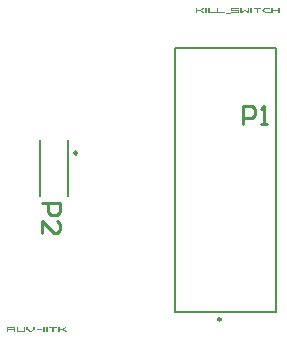
<source format=gto>
G04*
G04 #@! TF.GenerationSoftware,Altium Limited,Altium Designer,19.1.6 (110)*
G04*
G04 Layer_Color=65535*
%FSLAX42Y42*%
%MOMM*%
G71*
G01*
G75*
%ADD10C,0.25*%
%ADD11C,0.20*%
%ADD12C,0.25*%
G36*
X396Y40D02*
X396Y40D01*
X397Y39D01*
X398Y39D01*
X398Y38D01*
X399Y37D01*
X399Y36D01*
Y36D01*
Y35D01*
Y35D01*
X399Y35D01*
X399Y34D01*
X399Y33D01*
X398Y33D01*
X397Y32D01*
X396Y32D01*
X396Y32D01*
X395Y31D01*
X356D01*
X356Y32D01*
X355Y32D01*
X354Y32D01*
X354Y32D01*
X353Y33D01*
X352Y34D01*
X352Y35D01*
X352Y35D01*
Y36D01*
Y36D01*
Y36D01*
X352Y36D01*
X352Y37D01*
X353Y38D01*
X353Y38D01*
X354Y39D01*
X355Y40D01*
X356Y40D01*
X395D01*
X396Y40D01*
D02*
G37*
G36*
X333Y58D02*
X334Y57D01*
X335Y57D01*
X336Y57D01*
X337Y56D01*
X338Y55D01*
X338Y55D01*
X338Y54D01*
X338Y54D01*
Y33D01*
X338Y33D01*
X338Y33D01*
X338Y33D01*
X338Y32D01*
X337Y32D01*
X337Y32D01*
X336Y31D01*
X335Y30D01*
X334Y29D01*
X332Y28D01*
X331Y27D01*
X329Y26D01*
X327Y25D01*
X325Y24D01*
X322Y22D01*
X322Y22D01*
X322Y22D01*
X321Y21D01*
X320Y21D01*
X319Y20D01*
X317Y19D01*
X316Y18D01*
X314Y17D01*
X311Y16D01*
X309Y15D01*
X307Y14D01*
X305Y13D01*
X304Y13D01*
X303Y13D01*
X302Y13D01*
X301D01*
X301Y13D01*
X300Y13D01*
X300Y13D01*
X299Y13D01*
X298Y14D01*
X296Y14D01*
X295Y15D01*
X293Y15D01*
X291Y16D01*
X289Y17D01*
X286Y19D01*
X284Y20D01*
X281Y22D01*
X277Y24D01*
X277Y24D01*
X277Y24D01*
X276Y25D01*
X275Y25D01*
X274Y26D01*
X273Y27D01*
X271Y28D01*
X269Y30D01*
X268Y31D01*
X267Y32D01*
X266Y32D01*
X265Y33D01*
X265Y34D01*
X265Y34D01*
Y34D01*
Y35D01*
Y35D01*
X265Y36D01*
Y38D01*
X265Y39D01*
X265Y41D01*
X265Y44D01*
Y44D01*
Y44D01*
Y44D01*
X265Y45D01*
Y45D01*
X265Y46D01*
X265Y47D01*
Y49D01*
X265Y51D01*
X266Y52D01*
Y54D01*
Y54D01*
Y54D01*
X266Y54D01*
X266Y55D01*
X266Y56D01*
X267Y56D01*
X267Y56D01*
X268Y57D01*
X268Y57D01*
X269Y57D01*
X270Y57D01*
X271Y58D01*
X272D01*
X273Y58D01*
X273Y57D01*
X274Y57D01*
X275Y57D01*
X276Y56D01*
X277Y55D01*
X277Y54D01*
X278Y54D01*
X278Y53D01*
X278Y53D01*
X278Y52D01*
X278Y51D01*
X279Y50D01*
X279Y49D01*
X279Y48D01*
X279Y47D01*
Y47D01*
Y46D01*
Y46D01*
Y46D01*
Y45D01*
Y45D01*
X279Y44D01*
Y44D01*
Y43D01*
X279Y42D01*
Y40D01*
X279Y39D01*
Y37D01*
X279Y35D01*
X302Y22D01*
X325Y36D01*
Y54D01*
Y54D01*
Y54D01*
X325Y54D01*
X326Y55D01*
X326Y56D01*
X326Y56D01*
X327Y56D01*
X327Y57D01*
X328Y57D01*
X329Y57D01*
X330Y57D01*
X331Y58D01*
X332D01*
X333Y58D01*
D02*
G37*
G36*
X250Y57D02*
X251Y57D01*
X252Y57D01*
X254Y56D01*
X255Y56D01*
X255Y55D01*
X255Y55D01*
X256Y54D01*
X256Y53D01*
Y16D01*
Y16D01*
X256Y16D01*
X255Y15D01*
X255Y14D01*
Y14D01*
X255Y14D01*
X254Y14D01*
X254Y13D01*
X254D01*
X253Y13D01*
X252Y13D01*
X252Y12D01*
X251Y12D01*
X250Y12D01*
X249Y12D01*
X249Y12D01*
X189D01*
X189Y12D01*
X189D01*
X188Y12D01*
X187Y12D01*
X186Y13D01*
X185Y13D01*
X185Y13D01*
X184Y13D01*
X184Y14D01*
X184Y14D01*
X183Y15D01*
X183Y15D01*
X183Y16D01*
X183Y16D01*
Y53D01*
Y53D01*
Y54D01*
X183Y54D01*
X183Y55D01*
X184Y55D01*
X184Y56D01*
X184Y56D01*
X185Y56D01*
X186Y57D01*
X186Y57D01*
X187Y57D01*
X188Y57D01*
X190D01*
X190Y57D01*
X192Y57D01*
X193Y57D01*
X194Y56D01*
X195Y56D01*
X196Y55D01*
X196Y55D01*
X196Y54D01*
X196Y53D01*
Y20D01*
X242D01*
Y53D01*
Y53D01*
Y54D01*
X242Y54D01*
X243Y55D01*
X243Y55D01*
X243Y56D01*
X244Y56D01*
X244Y56D01*
X245Y57D01*
X246Y57D01*
X247Y57D01*
X248Y57D01*
X250D01*
X250Y57D01*
D02*
G37*
G36*
X541D02*
X542Y57D01*
X543Y57D01*
X544Y57D01*
X544Y56D01*
X545Y55D01*
X546Y54D01*
X546Y54D01*
X546Y54D01*
X547Y53D01*
X547Y52D01*
X547Y51D01*
X548Y50D01*
X548Y49D01*
X548Y48D01*
Y48D01*
Y47D01*
Y47D01*
Y46D01*
X548Y46D01*
Y45D01*
Y44D01*
X548Y43D01*
Y42D01*
X548Y41D01*
Y40D01*
X548Y39D01*
X571D01*
X571Y39D01*
X571Y39D01*
X571Y39D01*
X572Y39D01*
X572Y40D01*
X573Y40D01*
X574Y41D01*
X575Y42D01*
X577Y43D01*
X579Y44D01*
X581Y46D01*
X584Y48D01*
X586Y49D01*
X589Y51D01*
X591Y52D01*
X594Y54D01*
X596Y55D01*
X598Y56D01*
X598Y56D01*
X599Y56D01*
X600Y56D01*
X600Y56D01*
X601D01*
X601Y56D01*
X602Y56D01*
X603Y56D01*
X605Y55D01*
X606Y55D01*
X606Y54D01*
X606Y54D01*
X607Y53D01*
X607Y52D01*
Y52D01*
X607Y52D01*
X606Y52D01*
X606Y51D01*
X606Y51D01*
X605Y51D01*
X605Y50D01*
X604Y49D01*
X603Y48D01*
X601Y47D01*
X600Y46D01*
X598Y45D01*
X596Y43D01*
X594Y42D01*
X592Y41D01*
X591Y40D01*
X591Y40D01*
X590Y40D01*
X590Y39D01*
X589Y39D01*
X588Y38D01*
X586Y37D01*
X585Y36D01*
X584Y36D01*
X583Y35D01*
X582Y34D01*
X587Y31D01*
X587D01*
X587Y31D01*
X588Y31D01*
X588Y31D01*
X589Y30D01*
X590Y29D01*
X592Y28D01*
X593Y27D01*
X595Y26D01*
X597Y25D01*
X599Y23D01*
X601Y22D01*
X602Y21D01*
X604Y20D01*
X605Y18D01*
X606Y17D01*
X606Y17D01*
X607Y17D01*
X607Y16D01*
X607Y16D01*
Y16D01*
X607Y16D01*
X606Y15D01*
X606Y14D01*
X606Y14D01*
X605Y13D01*
X605Y13D01*
X604Y13D01*
X603Y12D01*
X602Y12D01*
X601Y12D01*
X600Y12D01*
X600D01*
X600Y12D01*
X599Y12D01*
X599Y12D01*
X598Y13D01*
X598Y13D01*
X597Y13D01*
X595Y14D01*
X594Y15D01*
X592Y16D01*
X590Y17D01*
X588Y18D01*
X586Y20D01*
X583Y22D01*
X581Y23D01*
X579Y24D01*
X579Y24D01*
X579Y24D01*
X579Y24D01*
X578Y25D01*
X578Y25D01*
X577Y25D01*
X576Y26D01*
X574Y28D01*
X572Y29D01*
X571Y30D01*
X569Y31D01*
X548D01*
Y16D01*
Y16D01*
X548Y15D01*
X547Y15D01*
X547Y14D01*
X546Y14D01*
X546Y13D01*
X545Y13D01*
X545Y13D01*
X544Y12D01*
X543Y12D01*
X542Y12D01*
X541Y12D01*
X540D01*
X540Y12D01*
X539Y12D01*
X538Y12D01*
X536Y13D01*
X535Y14D01*
X535Y14D01*
X535Y15D01*
X534Y15D01*
X534Y16D01*
Y53D01*
Y53D01*
Y54D01*
X534Y54D01*
X535Y55D01*
X535Y55D01*
X535Y56D01*
X536Y56D01*
X536Y56D01*
X537Y57D01*
X538Y57D01*
X539Y57D01*
X540Y57D01*
X541D01*
X541Y57D01*
D02*
G37*
G36*
X524D02*
X525Y57D01*
X526Y57D01*
X527Y56D01*
X528Y56D01*
X529Y55D01*
X529Y55D01*
X529Y54D01*
X529Y53D01*
Y53D01*
X529Y53D01*
X529Y52D01*
X528Y51D01*
X528Y51D01*
X528Y51D01*
X527Y50D01*
X526Y50D01*
X526Y50D01*
X525Y50D01*
X524Y49D01*
X523Y49D01*
X500D01*
Y16D01*
Y16D01*
X499Y15D01*
X499Y15D01*
X499Y14D01*
X498Y14D01*
X498Y13D01*
X497Y13D01*
X497Y13D01*
X496Y12D01*
X495Y12D01*
X494Y12D01*
X493Y12D01*
X492D01*
X492Y12D01*
X491Y12D01*
X489Y12D01*
X488Y13D01*
X487Y14D01*
X487Y14D01*
X486Y15D01*
X486Y15D01*
X486Y16D01*
Y49D01*
X462D01*
X462Y49D01*
X461Y50D01*
X460Y50D01*
X458Y50D01*
X457Y51D01*
X457Y51D01*
X457Y52D01*
X456Y53D01*
X456Y53D01*
Y53D01*
Y54D01*
X456Y54D01*
X457Y55D01*
X457Y55D01*
X458Y56D01*
X458Y56D01*
X458Y56D01*
X459Y57D01*
X460Y57D01*
X461Y57D01*
X462Y57D01*
X523D01*
X524Y57D01*
D02*
G37*
G36*
X441D02*
X442Y57D01*
X443Y57D01*
X444Y56D01*
X446Y56D01*
X446Y55D01*
X446Y55D01*
X446Y54D01*
X447Y53D01*
Y16D01*
Y16D01*
X446Y15D01*
X446Y15D01*
X446Y14D01*
X445Y14D01*
X445Y13D01*
X444Y13D01*
X444Y13D01*
X443Y12D01*
X442Y12D01*
X441Y12D01*
X440Y12D01*
X439D01*
X439Y12D01*
X438Y12D01*
X436Y12D01*
X435Y13D01*
X434Y14D01*
X434Y14D01*
X433Y15D01*
X433Y15D01*
X433Y16D01*
Y53D01*
Y53D01*
Y54D01*
X433Y54D01*
X433Y55D01*
X434Y55D01*
X434Y56D01*
X435Y56D01*
X435Y56D01*
X436Y57D01*
X437Y57D01*
X438Y57D01*
X439Y57D01*
X440D01*
X441Y57D01*
D02*
G37*
G36*
X418D02*
X419Y57D01*
X420Y57D01*
X421Y56D01*
X422Y56D01*
X423Y55D01*
X423Y55D01*
X423Y54D01*
X423Y53D01*
Y16D01*
Y16D01*
X423Y15D01*
X423Y15D01*
X422Y14D01*
X422Y14D01*
X422Y13D01*
X421Y13D01*
X420Y13D01*
X420Y12D01*
X419Y12D01*
X418Y12D01*
X417Y12D01*
X416D01*
X416Y12D01*
X414Y12D01*
X413Y12D01*
X412Y13D01*
X411Y14D01*
X411Y14D01*
X410Y15D01*
X410Y15D01*
X410Y16D01*
Y53D01*
Y53D01*
Y54D01*
X410Y54D01*
X410Y55D01*
X411Y55D01*
X411Y56D01*
X412Y56D01*
X412Y56D01*
X413Y57D01*
X414Y57D01*
X414Y57D01*
X415Y57D01*
X417D01*
X418Y57D01*
D02*
G37*
G36*
X167D02*
X167D01*
X168Y57D01*
X169Y57D01*
X170Y57D01*
X170Y56D01*
X171Y56D01*
X171Y56D01*
X171Y56D01*
X172Y55D01*
X172Y55D01*
X173Y54D01*
X173Y54D01*
X173Y53D01*
Y16D01*
Y16D01*
X173Y15D01*
X173Y15D01*
X172Y14D01*
X172Y14D01*
X171Y13D01*
X171Y13D01*
X170Y13D01*
X169Y12D01*
X168Y12D01*
X167Y12D01*
X166Y12D01*
X166D01*
X165Y12D01*
X164Y12D01*
X163Y12D01*
X162Y13D01*
X161Y14D01*
X160Y14D01*
X160Y15D01*
X160Y15D01*
X160Y16D01*
Y31D01*
X113D01*
Y16D01*
Y16D01*
X113Y15D01*
X113Y15D01*
X113Y14D01*
X112Y14D01*
X112Y13D01*
X111Y13D01*
X111Y13D01*
X110Y12D01*
X109Y12D01*
X108Y12D01*
X107Y12D01*
X106D01*
X106Y12D01*
X105Y12D01*
X103Y12D01*
X102Y13D01*
X101Y14D01*
X101Y14D01*
X100Y15D01*
X100Y15D01*
X100Y16D01*
Y53D01*
X100Y54D01*
X100Y54D01*
X100Y54D01*
X101Y54D01*
X101Y55D01*
X101Y56D01*
X102Y56D01*
X102D01*
X102Y56D01*
X102Y56D01*
X103Y57D01*
X104Y57D01*
X105Y57D01*
X106Y57D01*
X106Y57D01*
X166D01*
X167Y57D01*
D02*
G37*
G36*
X2406Y2757D02*
X2407Y2757D01*
X2409Y2757D01*
X2410Y2756D01*
X2411Y2756D01*
X2411Y2755D01*
X2412Y2755D01*
X2412Y2754D01*
X2412Y2753D01*
Y2716D01*
Y2716D01*
X2412Y2715D01*
X2412Y2715D01*
X2411Y2714D01*
X2411Y2714D01*
X2410Y2713D01*
X2410Y2713D01*
X2409Y2713D01*
X2408Y2712D01*
X2408Y2712D01*
X2407Y2712D01*
X2405Y2712D01*
X2405D01*
X2404Y2712D01*
X2403Y2712D01*
X2402Y2712D01*
X2401Y2713D01*
X2400Y2714D01*
X2399Y2714D01*
X2399Y2715D01*
X2399Y2715D01*
X2399Y2716D01*
Y2731D01*
X2353D01*
Y2716D01*
Y2716D01*
X2353Y2715D01*
X2352Y2715D01*
X2352Y2714D01*
X2352Y2714D01*
X2351Y2713D01*
X2351Y2713D01*
X2350Y2713D01*
X2349Y2712D01*
X2348Y2712D01*
X2347Y2712D01*
X2346Y2712D01*
X2345D01*
X2345Y2712D01*
X2344Y2712D01*
X2343Y2712D01*
X2341Y2713D01*
X2340Y2714D01*
X2340Y2714D01*
X2339Y2715D01*
X2339Y2715D01*
X2339Y2716D01*
Y2753D01*
Y2753D01*
Y2754D01*
X2339Y2754D01*
X2340Y2755D01*
X2340Y2755D01*
X2340Y2756D01*
X2341Y2756D01*
X2341Y2756D01*
X2342Y2757D01*
X2343Y2757D01*
X2344Y2757D01*
X2345Y2757D01*
X2346D01*
X2346Y2757D01*
X2347Y2757D01*
X2348Y2757D01*
X2348Y2757D01*
X2349Y2756D01*
X2350Y2755D01*
X2351Y2754D01*
X2351Y2754D01*
X2351Y2753D01*
X2352Y2753D01*
X2352Y2752D01*
X2352Y2751D01*
X2352Y2750D01*
X2353Y2749D01*
X2353Y2747D01*
Y2747D01*
Y2747D01*
Y2746D01*
Y2745D01*
Y2744D01*
Y2743D01*
Y2741D01*
Y2739D01*
X2399D01*
Y2753D01*
Y2753D01*
Y2754D01*
X2399Y2754D01*
X2399Y2755D01*
X2400Y2755D01*
X2400Y2756D01*
X2400Y2756D01*
X2401Y2756D01*
X2401Y2757D01*
X2402Y2757D01*
X2403Y2757D01*
X2404Y2757D01*
X2406D01*
X2406Y2757D01*
D02*
G37*
G36*
X2145Y2758D02*
X2146Y2758D01*
X2148Y2757D01*
X2149Y2757D01*
X2150Y2756D01*
X2150Y2756D01*
X2151Y2755D01*
X2151Y2755D01*
X2151Y2754D01*
Y2718D01*
X2151Y2718D01*
X2151Y2718D01*
X2152Y2717D01*
X2152Y2716D01*
Y2716D01*
Y2716D01*
X2152Y2716D01*
X2152Y2715D01*
X2151Y2715D01*
X2151Y2714D01*
X2150Y2714D01*
X2150Y2713D01*
X2149D01*
X2149Y2713D01*
X2149Y2713D01*
X2148Y2713D01*
X2147Y2713D01*
X2147Y2713D01*
X2146Y2712D01*
X2145Y2712D01*
X2144D01*
X2143Y2712D01*
X2142Y2713D01*
X2141Y2713D01*
X2140Y2713D01*
X2139Y2714D01*
X2138Y2715D01*
X2115Y2727D01*
X2115D01*
X2115Y2727D01*
X2114Y2727D01*
X2114Y2727D01*
X2113Y2726D01*
X2113Y2726D01*
X2112Y2725D01*
X2111Y2725D01*
X2109Y2724D01*
X2107Y2722D01*
X2104Y2721D01*
X2101Y2720D01*
X2099Y2718D01*
X2096Y2717D01*
X2094Y2716D01*
X2091Y2715D01*
X2089Y2714D01*
X2088Y2713D01*
X2087Y2713D01*
X2087Y2713D01*
X2086Y2713D01*
X2085Y2712D01*
X2084D01*
X2084Y2712D01*
X2083Y2713D01*
X2082Y2713D01*
X2081Y2713D01*
X2080Y2714D01*
X2079Y2714D01*
Y2715D01*
X2079Y2715D01*
X2079Y2715D01*
X2079Y2716D01*
X2078Y2716D01*
X2078Y2717D01*
Y2717D01*
Y2754D01*
Y2754D01*
Y2754D01*
X2078Y2754D01*
X2078Y2755D01*
X2079Y2756D01*
X2079Y2756D01*
X2080Y2757D01*
X2080Y2757D01*
X2081Y2757D01*
X2082Y2758D01*
X2082Y2758D01*
X2084Y2758D01*
X2085D01*
X2086Y2758D01*
X2087Y2758D01*
X2088Y2757D01*
X2089Y2757D01*
X2090Y2756D01*
X2091Y2756D01*
X2091Y2755D01*
X2091Y2755D01*
X2091Y2754D01*
Y2726D01*
X2092D01*
X2092Y2726D01*
X2092Y2726D01*
X2093Y2726D01*
X2094Y2727D01*
X2096Y2728D01*
X2097Y2729D01*
X2099Y2730D01*
X2101Y2731D01*
X2104Y2733D01*
X2106Y2733D01*
X2108Y2734D01*
X2110Y2735D01*
X2112Y2735D01*
X2114Y2736D01*
X2115Y2736D01*
X2116D01*
X2116Y2736D01*
X2117Y2736D01*
X2118Y2736D01*
X2119Y2735D01*
X2120Y2735D01*
X2121Y2735D01*
X2122Y2734D01*
X2124Y2733D01*
X2125Y2733D01*
X2127Y2732D01*
X2129Y2731D01*
X2131Y2730D01*
X2134Y2729D01*
X2134D01*
X2134Y2728D01*
X2134Y2728D01*
X2135Y2728D01*
X2135Y2728D01*
X2136Y2727D01*
X2137Y2727D01*
X2138Y2726D01*
Y2754D01*
Y2754D01*
Y2754D01*
X2138Y2754D01*
X2138Y2755D01*
X2138Y2756D01*
X2139Y2756D01*
X2139Y2757D01*
X2140Y2757D01*
X2140Y2757D01*
X2141Y2758D01*
X2142Y2758D01*
X2143Y2758D01*
X2145D01*
X2145Y2758D01*
D02*
G37*
G36*
X1707Y2757D02*
X1708Y2757D01*
X1709Y2757D01*
X1709Y2757D01*
X1710Y2756D01*
X1711Y2755D01*
X1712Y2754D01*
X1712Y2754D01*
X1712Y2754D01*
X1712Y2753D01*
X1713Y2752D01*
X1713Y2751D01*
X1713Y2750D01*
X1714Y2749D01*
X1714Y2748D01*
Y2748D01*
Y2747D01*
Y2747D01*
Y2746D01*
X1714Y2746D01*
Y2745D01*
Y2744D01*
X1714Y2743D01*
Y2742D01*
X1713Y2741D01*
Y2740D01*
X1713Y2739D01*
X1736D01*
X1737Y2739D01*
X1737Y2739D01*
X1737Y2739D01*
X1738Y2739D01*
X1738Y2740D01*
X1739Y2740D01*
X1740Y2741D01*
X1740Y2742D01*
X1742Y2743D01*
X1745Y2744D01*
X1747Y2746D01*
X1750Y2748D01*
X1752Y2749D01*
X1755Y2751D01*
X1757Y2752D01*
X1759Y2754D01*
X1761Y2755D01*
X1763Y2756D01*
X1764Y2756D01*
X1765Y2756D01*
X1765Y2756D01*
X1766Y2756D01*
X1766D01*
X1767Y2756D01*
X1768Y2756D01*
X1769Y2756D01*
X1770Y2755D01*
X1771Y2755D01*
X1772Y2754D01*
X1772Y2754D01*
X1772Y2753D01*
X1772Y2752D01*
Y2752D01*
X1772Y2752D01*
X1772Y2752D01*
X1772Y2751D01*
X1772Y2751D01*
X1771Y2751D01*
X1770Y2750D01*
X1770Y2749D01*
X1769Y2748D01*
X1767Y2747D01*
X1766Y2746D01*
X1764Y2745D01*
X1762Y2743D01*
X1759Y2742D01*
X1758Y2741D01*
X1756Y2740D01*
X1756Y2740D01*
X1756Y2740D01*
X1755Y2739D01*
X1755Y2739D01*
X1753Y2738D01*
X1752Y2737D01*
X1751Y2736D01*
X1750Y2736D01*
X1749Y2735D01*
X1748Y2734D01*
X1753Y2731D01*
X1753D01*
X1753Y2731D01*
X1753Y2731D01*
X1754Y2731D01*
X1755Y2730D01*
X1756Y2729D01*
X1757Y2728D01*
X1759Y2727D01*
X1761Y2726D01*
X1763Y2725D01*
X1764Y2723D01*
X1766Y2722D01*
X1768Y2721D01*
X1769Y2720D01*
X1771Y2718D01*
X1772Y2717D01*
X1772Y2717D01*
X1772Y2717D01*
X1772Y2716D01*
X1772Y2716D01*
Y2716D01*
X1772Y2716D01*
X1772Y2715D01*
X1772Y2714D01*
X1771Y2714D01*
X1771Y2713D01*
X1770Y2713D01*
X1770Y2713D01*
X1769Y2712D01*
X1768Y2712D01*
X1767Y2712D01*
X1766Y2712D01*
X1766D01*
X1765Y2712D01*
X1765Y2712D01*
X1765Y2712D01*
X1764Y2713D01*
X1763Y2713D01*
X1762Y2713D01*
X1761Y2714D01*
X1760Y2715D01*
X1758Y2716D01*
X1756Y2717D01*
X1754Y2718D01*
X1751Y2720D01*
X1748Y2722D01*
X1747Y2723D01*
X1745Y2724D01*
X1745Y2724D01*
X1745Y2724D01*
X1744Y2724D01*
X1744Y2725D01*
X1743Y2725D01*
X1743Y2725D01*
X1741Y2726D01*
X1740Y2728D01*
X1738Y2729D01*
X1737Y2730D01*
X1735Y2731D01*
X1713D01*
Y2716D01*
Y2716D01*
X1713Y2715D01*
X1713Y2715D01*
X1713Y2714D01*
X1712Y2714D01*
X1712Y2713D01*
X1711Y2713D01*
X1711Y2713D01*
X1710Y2712D01*
X1709Y2712D01*
X1708Y2712D01*
X1707Y2712D01*
X1706D01*
X1706Y2712D01*
X1705Y2712D01*
X1703Y2712D01*
X1702Y2713D01*
X1701Y2714D01*
X1701Y2714D01*
X1700Y2715D01*
X1700Y2715D01*
X1700Y2716D01*
Y2753D01*
Y2753D01*
Y2754D01*
X1700Y2754D01*
X1700Y2755D01*
X1701Y2755D01*
X1701Y2756D01*
X1702Y2756D01*
X1702Y2756D01*
X1703Y2757D01*
X1704Y2757D01*
X1704Y2757D01*
X1705Y2757D01*
X1707D01*
X1707Y2757D01*
D02*
G37*
G36*
X2329D02*
X2330Y2757D01*
X2332Y2757D01*
X2333Y2756D01*
X2334Y2756D01*
X2334Y2755D01*
X2335Y2755D01*
X2335Y2754D01*
X2335Y2753D01*
Y2753D01*
X2335Y2753D01*
X2335Y2752D01*
X2334Y2751D01*
X2334Y2751D01*
X2333Y2751D01*
X2333Y2750D01*
X2332Y2750D01*
X2331Y2750D01*
X2331Y2750D01*
X2330Y2749D01*
X2328Y2749D01*
X2298D01*
X2298Y2749D01*
X2298Y2749D01*
X2298Y2749D01*
X2297Y2748D01*
X2296Y2748D01*
X2296Y2747D01*
X2294Y2747D01*
X2293Y2746D01*
X2292Y2745D01*
X2290Y2743D01*
X2288Y2742D01*
X2285Y2740D01*
X2282Y2739D01*
X2281Y2738D01*
X2279Y2737D01*
X2277Y2735D01*
X2276Y2734D01*
X2297Y2720D01*
X2329D01*
X2329Y2720D01*
X2330Y2720D01*
X2332Y2720D01*
X2333Y2719D01*
X2334Y2718D01*
X2334Y2718D01*
X2335Y2717D01*
X2335Y2717D01*
X2335Y2716D01*
Y2716D01*
X2335Y2715D01*
X2335Y2715D01*
X2334Y2714D01*
X2334Y2714D01*
X2333Y2713D01*
X2333Y2713D01*
X2332Y2713D01*
X2331Y2712D01*
X2331Y2712D01*
X2330Y2712D01*
X2328Y2712D01*
X2295D01*
X2294Y2712D01*
X2293Y2712D01*
X2292Y2712D01*
X2291Y2713D01*
X2290Y2713D01*
X2289Y2713D01*
X2289D01*
X2289Y2713D01*
X2288Y2714D01*
X2288Y2714D01*
X2287Y2714D01*
X2287Y2715D01*
X2286Y2715D01*
X2285Y2716D01*
X2284Y2716D01*
X2283Y2717D01*
X2282Y2718D01*
X2280Y2719D01*
X2279Y2720D01*
X2277Y2721D01*
X2275Y2722D01*
X2273Y2723D01*
X2273Y2723D01*
X2273Y2723D01*
X2272Y2724D01*
X2271Y2724D01*
X2270Y2725D01*
X2269Y2726D01*
X2267Y2727D01*
X2265Y2729D01*
X2264Y2730D01*
X2263Y2731D01*
X2262Y2732D01*
X2262Y2733D01*
X2261Y2733D01*
X2261Y2734D01*
Y2734D01*
X2261Y2735D01*
X2262Y2735D01*
X2262Y2736D01*
X2262Y2736D01*
X2263Y2737D01*
X2263Y2738D01*
X2264Y2739D01*
X2265Y2739D01*
X2266Y2740D01*
X2267Y2742D01*
X2269Y2743D01*
X2271Y2744D01*
X2273Y2745D01*
X2273D01*
X2273Y2745D01*
X2273Y2746D01*
X2274Y2746D01*
X2274Y2746D01*
X2275Y2747D01*
X2276Y2747D01*
X2277Y2748D01*
X2278Y2748D01*
X2279Y2749D01*
X2280Y2750D01*
X2282Y2751D01*
X2283Y2752D01*
X2285Y2753D01*
X2287Y2754D01*
X2289Y2755D01*
X2289Y2755D01*
X2289Y2755D01*
X2290Y2756D01*
X2291Y2756D01*
X2292Y2757D01*
X2293Y2757D01*
X2294Y2757D01*
X2296Y2757D01*
X2329D01*
X2329Y2757D01*
D02*
G37*
G36*
X2251D02*
X2252Y2757D01*
X2254Y2757D01*
X2255Y2756D01*
X2256Y2756D01*
X2256Y2755D01*
X2257Y2755D01*
X2257Y2754D01*
X2257Y2753D01*
Y2753D01*
X2257Y2753D01*
X2257Y2752D01*
X2256Y2751D01*
X2256Y2751D01*
X2255Y2751D01*
X2255Y2750D01*
X2254Y2750D01*
X2253Y2750D01*
X2253Y2750D01*
X2251Y2749D01*
X2250Y2749D01*
X2227D01*
Y2716D01*
Y2716D01*
X2227Y2715D01*
X2227Y2715D01*
X2226Y2714D01*
X2226Y2714D01*
X2226Y2713D01*
X2225Y2713D01*
X2224Y2713D01*
X2224Y2712D01*
X2223Y2712D01*
X2222Y2712D01*
X2221Y2712D01*
X2220D01*
X2220Y2712D01*
X2218Y2712D01*
X2217Y2712D01*
X2216Y2713D01*
X2215Y2714D01*
X2215Y2714D01*
X2214Y2715D01*
X2214Y2715D01*
X2214Y2716D01*
Y2749D01*
X2190D01*
X2190Y2749D01*
X2189Y2750D01*
X2187Y2750D01*
X2186Y2750D01*
X2185Y2751D01*
X2185Y2751D01*
X2184Y2752D01*
X2184Y2753D01*
X2184Y2753D01*
Y2753D01*
Y2754D01*
X2184Y2754D01*
X2184Y2755D01*
X2185Y2755D01*
X2185Y2756D01*
X2186Y2756D01*
X2186Y2756D01*
X2187Y2757D01*
X2188Y2757D01*
X2189Y2757D01*
X2190Y2757D01*
X2251D01*
X2251Y2757D01*
D02*
G37*
G36*
X2169D02*
X2170Y2757D01*
X2171Y2757D01*
X2172Y2756D01*
X2173Y2756D01*
X2174Y2755D01*
X2174Y2755D01*
X2174Y2754D01*
X2174Y2753D01*
Y2716D01*
Y2716D01*
X2174Y2715D01*
X2174Y2715D01*
X2173Y2714D01*
X2173Y2714D01*
X2173Y2713D01*
X2172Y2713D01*
X2171Y2713D01*
X2171Y2712D01*
X2170Y2712D01*
X2169Y2712D01*
X2168Y2712D01*
X2167D01*
X2167Y2712D01*
X2165Y2712D01*
X2164Y2712D01*
X2163Y2713D01*
X2162Y2714D01*
X2162Y2714D01*
X2161Y2715D01*
X2161Y2715D01*
X2161Y2716D01*
Y2753D01*
Y2753D01*
Y2754D01*
X2161Y2754D01*
X2161Y2755D01*
X2162Y2755D01*
X2162Y2756D01*
X2163Y2756D01*
X2163Y2756D01*
X2164Y2757D01*
X2164Y2757D01*
X2165Y2757D01*
X2166Y2757D01*
X2168D01*
X2169Y2757D01*
D02*
G37*
G36*
X2064D02*
X2065Y2757D01*
X2066Y2757D01*
X2067Y2756D01*
X2068Y2756D01*
X2069Y2755D01*
X2069Y2755D01*
X2069Y2754D01*
X2069Y2753D01*
Y2753D01*
X2069Y2753D01*
X2069Y2752D01*
X2069Y2751D01*
X2068Y2751D01*
X2068Y2751D01*
X2067Y2750D01*
X2066Y2750D01*
X2066Y2750D01*
X2065Y2750D01*
X2064Y2749D01*
X2063Y2749D01*
X2010D01*
Y2739D01*
X2059D01*
X2059Y2739D01*
X2059Y2739D01*
X2060Y2739D01*
X2060Y2739D01*
X2061Y2739D01*
X2063Y2740D01*
X2063D01*
X2064Y2739D01*
X2065Y2739D01*
X2066Y2739D01*
X2067Y2739D01*
X2068Y2738D01*
X2069Y2737D01*
X2069Y2737D01*
X2069Y2736D01*
X2069Y2736D01*
Y2716D01*
Y2716D01*
X2069Y2716D01*
X2069Y2715D01*
X2069Y2714D01*
Y2714D01*
X2068Y2714D01*
X2068Y2714D01*
X2068Y2713D01*
X2067D01*
X2067Y2713D01*
X2066Y2713D01*
X2065Y2712D01*
X2064Y2712D01*
X2064Y2712D01*
X2063Y2712D01*
X2063Y2712D01*
X2002D01*
X2002Y2712D01*
X2001Y2712D01*
X2000Y2712D01*
X1999Y2713D01*
X1997Y2714D01*
X1997Y2714D01*
X1997Y2715D01*
X1997Y2715D01*
X1996Y2716D01*
Y2716D01*
Y2716D01*
X1997Y2717D01*
X1997Y2717D01*
X1997Y2718D01*
X1998Y2718D01*
X1998Y2719D01*
X1999Y2719D01*
X1999Y2719D01*
X2000Y2720D01*
X2001Y2720D01*
X2002Y2720D01*
X2056D01*
Y2731D01*
X2007D01*
X2007Y2731D01*
X2007Y2730D01*
X2006Y2730D01*
X2005Y2730D01*
X2005Y2730D01*
X2003Y2730D01*
X2002D01*
X2002Y2730D01*
X2001Y2730D01*
X2000Y2730D01*
X1999Y2731D01*
X1997Y2731D01*
X1997Y2732D01*
X1997Y2732D01*
X1997Y2733D01*
X1996Y2734D01*
Y2753D01*
X1997Y2754D01*
X1997Y2754D01*
X1997Y2754D01*
X1997Y2754D01*
X1997Y2755D01*
X1998Y2756D01*
X1998Y2756D01*
X1998D01*
X1998Y2756D01*
X1999Y2756D01*
X2000Y2757D01*
X2000Y2757D01*
X2001Y2757D01*
X2002Y2757D01*
X2003Y2757D01*
X2063D01*
X2064Y2757D01*
D02*
G37*
G36*
X1885D02*
X1886Y2757D01*
X1887Y2757D01*
X1888Y2756D01*
X1889Y2756D01*
X1890Y2755D01*
X1890Y2755D01*
X1890Y2754D01*
X1890Y2753D01*
Y2720D01*
X1944D01*
X1944Y2720D01*
X1945Y2720D01*
X1947Y2720D01*
X1948Y2719D01*
X1949Y2718D01*
X1949Y2718D01*
X1950Y2717D01*
X1950Y2717D01*
X1950Y2716D01*
Y2716D01*
X1950Y2715D01*
X1950Y2715D01*
X1949Y2714D01*
X1949Y2714D01*
X1948Y2713D01*
X1948Y2713D01*
X1947Y2713D01*
X1946Y2712D01*
X1945Y2712D01*
X1944Y2712D01*
X1943Y2712D01*
X1884D01*
X1883Y2712D01*
X1883D01*
X1882Y2712D01*
X1881Y2712D01*
X1880Y2713D01*
X1879Y2713D01*
X1879Y2713D01*
X1879Y2713D01*
X1878Y2714D01*
X1878Y2714D01*
X1878Y2715D01*
X1877Y2715D01*
X1877Y2716D01*
X1877Y2716D01*
Y2753D01*
Y2753D01*
Y2754D01*
X1877Y2754D01*
X1877Y2755D01*
X1878Y2755D01*
X1878Y2756D01*
X1879Y2756D01*
X1879Y2756D01*
X1880Y2757D01*
X1881Y2757D01*
X1881Y2757D01*
X1883Y2757D01*
X1884D01*
X1885Y2757D01*
D02*
G37*
G36*
X1812D02*
X1813Y2757D01*
X1814Y2757D01*
X1815Y2756D01*
X1816Y2756D01*
X1817Y2755D01*
X1817Y2755D01*
X1817Y2754D01*
X1817Y2753D01*
Y2720D01*
X1871D01*
X1871Y2720D01*
X1872Y2720D01*
X1874Y2720D01*
X1875Y2719D01*
X1876Y2718D01*
X1876Y2718D01*
X1877Y2717D01*
X1877Y2717D01*
X1877Y2716D01*
Y2716D01*
X1877Y2715D01*
X1876Y2715D01*
X1876Y2714D01*
X1876Y2714D01*
X1875Y2713D01*
X1875Y2713D01*
X1874Y2713D01*
X1873Y2712D01*
X1872Y2712D01*
X1871Y2712D01*
X1870Y2712D01*
X1811D01*
X1810Y2712D01*
X1810D01*
X1809Y2712D01*
X1808Y2712D01*
X1807Y2713D01*
X1806Y2713D01*
X1806Y2713D01*
X1806Y2713D01*
X1805Y2714D01*
X1805Y2714D01*
X1805Y2715D01*
X1804Y2715D01*
X1804Y2716D01*
X1804Y2716D01*
Y2753D01*
Y2753D01*
Y2754D01*
X1804Y2754D01*
X1804Y2755D01*
X1805Y2755D01*
X1805Y2756D01*
X1806Y2756D01*
X1806Y2756D01*
X1807Y2757D01*
X1808Y2757D01*
X1808Y2757D01*
X1809Y2757D01*
X1811D01*
X1812Y2757D01*
D02*
G37*
G36*
X1788D02*
X1790Y2757D01*
X1791Y2757D01*
X1792Y2756D01*
X1793Y2756D01*
X1794Y2755D01*
X1794Y2755D01*
X1794Y2754D01*
X1794Y2753D01*
Y2716D01*
Y2716D01*
X1794Y2715D01*
X1794Y2715D01*
X1793Y2714D01*
X1793Y2714D01*
X1793Y2713D01*
X1792Y2713D01*
X1791Y2713D01*
X1791Y2712D01*
X1790Y2712D01*
X1789Y2712D01*
X1787Y2712D01*
X1787D01*
X1786Y2712D01*
X1785Y2712D01*
X1784Y2712D01*
X1783Y2713D01*
X1782Y2714D01*
X1781Y2714D01*
X1781Y2715D01*
X1781Y2715D01*
X1781Y2716D01*
Y2753D01*
Y2753D01*
Y2754D01*
X1781Y2754D01*
X1781Y2755D01*
X1782Y2755D01*
X1782Y2756D01*
X1782Y2756D01*
X1783Y2756D01*
X1784Y2757D01*
X1784Y2757D01*
X1785Y2757D01*
X1786Y2757D01*
X1788D01*
X1788Y2757D01*
D02*
G37*
G36*
X1999Y2710D02*
X1999Y2710D01*
X2000Y2710D01*
X2001Y2709D01*
X2002Y2708D01*
X2002Y2707D01*
X2002Y2707D01*
Y2706D01*
Y2706D01*
Y2705D01*
X2002Y2705D01*
X2002Y2704D01*
X2002Y2704D01*
X2001Y2703D01*
X2000Y2702D01*
X2000Y2702D01*
X1999Y2702D01*
X1998Y2702D01*
X1959D01*
X1959Y2702D01*
X1958Y2702D01*
X1957Y2702D01*
X1957Y2703D01*
X1956Y2703D01*
X1956Y2704D01*
X1956Y2705D01*
X1955Y2706D01*
Y2706D01*
Y2706D01*
Y2706D01*
X1956Y2707D01*
X1956Y2707D01*
X1956Y2708D01*
X1956Y2709D01*
X1957Y2709D01*
X1958Y2710D01*
X1959Y2710D01*
X1998D01*
X1999Y2710D01*
D02*
G37*
%LPC*%
G36*
X160Y49D02*
X113D01*
Y39D01*
X160D01*
Y49D01*
D02*
G37*
%LPD*%
D10*
X1912Y119D02*
G03*
X1912Y119I-12J0D01*
G01*
X695Y1527D02*
G03*
X695Y1527I-12J0D01*
G01*
D11*
X1520Y184D02*
Y2416D01*
Y184D02*
X2380D01*
Y2416D01*
X1520D02*
X2380D01*
X383Y1166D02*
Y1633D01*
X617Y1166D02*
Y1633D01*
D12*
X2100Y1773D02*
Y1923D01*
X2175D01*
X2200Y1898D01*
Y1848D01*
X2175Y1823D01*
X2100D01*
X2250Y1773D02*
X2300D01*
X2275D01*
Y1923D01*
X2250Y1898D01*
X400Y1100D02*
X550D01*
Y1025D01*
X525Y1000D01*
X475D01*
X450Y1025D01*
Y1100D01*
X400Y850D02*
Y950D01*
X500Y850D01*
X525D01*
X550Y875D01*
Y925D01*
X525Y950D01*
M02*

</source>
